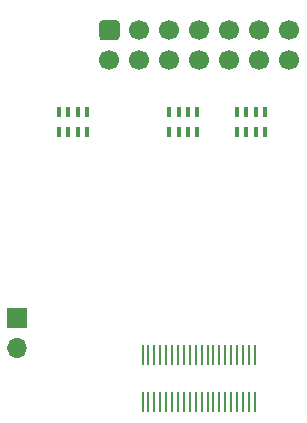
<source format=gbr>
%TF.GenerationSoftware,KiCad,Pcbnew,5.1.10-88a1d61d58~88~ubuntu20.04.1*%
%TF.CreationDate,2021-05-19T13:37:25+03:00*%
%TF.ProjectId,isc0901b0-breakout,69736330-3930-4316-9230-2d627265616b,rev2*%
%TF.SameCoordinates,Original*%
%TF.FileFunction,Soldermask,Top*%
%TF.FilePolarity,Negative*%
%FSLAX46Y46*%
G04 Gerber Fmt 4.6, Leading zero omitted, Abs format (unit mm)*
G04 Created by KiCad (PCBNEW 5.1.10-88a1d61d58~88~ubuntu20.04.1) date 2021-05-19 13:37:25*
%MOMM*%
%LPD*%
G01*
G04 APERTURE LIST*
%ADD10C,1.700000*%
%ADD11R,0.400000X0.900000*%
%ADD12O,1.700000X1.700000*%
%ADD13R,1.700000X1.700000*%
%ADD14R,0.250000X1.800000*%
G04 APERTURE END LIST*
D10*
%TO.C,J4*%
X74240000Y-101140000D03*
X71700000Y-101140000D03*
X69160000Y-101140000D03*
X66620000Y-101140000D03*
X64080000Y-101140000D03*
X61540000Y-101140000D03*
X59000000Y-101140000D03*
X74240000Y-98600000D03*
X71700000Y-98600000D03*
X69160000Y-98600000D03*
X66620000Y-98600000D03*
X64080000Y-98600000D03*
X61540000Y-98600000D03*
G36*
G01*
X58400000Y-97750000D02*
X59600000Y-97750000D01*
G75*
G02*
X59850000Y-98000000I0J-250000D01*
G01*
X59850000Y-99200000D01*
G75*
G02*
X59600000Y-99450000I-250000J0D01*
G01*
X58400000Y-99450000D01*
G75*
G02*
X58150000Y-99200000I0J250000D01*
G01*
X58150000Y-98000000D01*
G75*
G02*
X58400000Y-97750000I250000J0D01*
G01*
G37*
%TD*%
D11*
%TO.C,RN3*%
X72200000Y-105550000D03*
X71400000Y-105550000D03*
X70600000Y-105550000D03*
X69800000Y-105550000D03*
X72200000Y-107250000D03*
X69800000Y-107250000D03*
X71400000Y-107250000D03*
X70600000Y-107250000D03*
%TD*%
%TO.C,RN2*%
X66450000Y-105550000D03*
X65650000Y-105550000D03*
X64850000Y-105550000D03*
X64050000Y-105550000D03*
X66450000Y-107250000D03*
X64050000Y-107250000D03*
X65650000Y-107250000D03*
X64850000Y-107250000D03*
%TD*%
%TO.C,RN1*%
X57100000Y-105550000D03*
X56300000Y-105550000D03*
X55500000Y-105550000D03*
X54700000Y-105550000D03*
X57100000Y-107250000D03*
X54700000Y-107250000D03*
X56300000Y-107250000D03*
X55500000Y-107250000D03*
%TD*%
D12*
%TO.C,J3*%
X51200000Y-125490000D03*
D13*
X51200000Y-122950000D03*
%TD*%
D14*
%TO.C,J2*%
X71300000Y-126100000D03*
X70800000Y-126100000D03*
X70300000Y-126100000D03*
X69800000Y-126100000D03*
X69300000Y-126100000D03*
X68800000Y-126100000D03*
X68300000Y-126100000D03*
X67800000Y-126100000D03*
X67300000Y-126100000D03*
X66800000Y-126100000D03*
X66300000Y-126100000D03*
X65800000Y-126100000D03*
X65300000Y-126100000D03*
X64800000Y-126100000D03*
X64300000Y-126100000D03*
X63800000Y-126100000D03*
X63300000Y-126100000D03*
X62800000Y-126100000D03*
X62300000Y-126100000D03*
X61800000Y-126100000D03*
X61800000Y-130100000D03*
X62300000Y-130100000D03*
X62800000Y-130100000D03*
X63300000Y-130100000D03*
X63800000Y-130100000D03*
X64300000Y-130100000D03*
X64800000Y-130100000D03*
X65300000Y-130100000D03*
X65800000Y-130100000D03*
X66300000Y-130100000D03*
X66800000Y-130100000D03*
X67300000Y-130100000D03*
X67800000Y-130100000D03*
X68300000Y-130100000D03*
X68800000Y-130100000D03*
X69300000Y-130100000D03*
X69800000Y-130100000D03*
X70300000Y-130100000D03*
X70800000Y-130100000D03*
X71300000Y-130100000D03*
%TD*%
M02*

</source>
